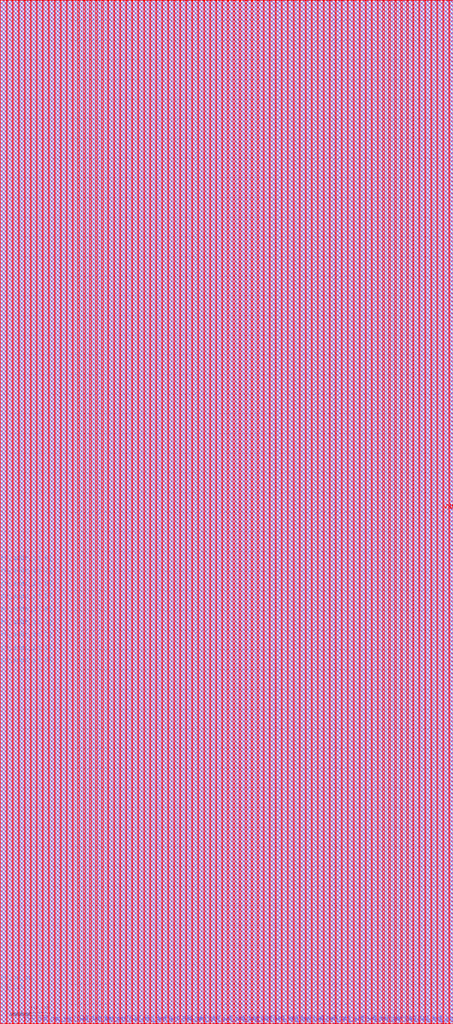
<source format=lef>
# Generated by OpenFakeRAM
VERSION 5.7 ;
BUSBITCHARS "[]" ;
PROPERTYDEFINITIONS
  MACRO width INTEGER ;
  MACRO depth INTEGER ;
  MACRO banks INTEGER ;
END PROPERTYDEFINITIONS
MACRO fakeram_1rw1r_32w384d_8wm_sram
  PROPERTY width 32 ;
  PROPERTY depth 384 ;
  PROPERTY banks 1 ;
  FOREIGN fakeram_1rw1r_32w384d_8wm_sram 0 0 ;
  SYMMETRY X Y R90 ;
  SIZE 115.140 BY 260.190 ;
  CLASS BLOCK ;
  PIN r0_clk
    DIRECTION INPUT ;
    USE SIGNAL ;
    SHAPE ABUTMENT ;
    PORT
      LAYER metal3 ;
      RECT 0.000 7.945 0.070 8.015 ;
    END
  END r0_clk
  PIN r0_ce_in
    DIRECTION INPUT ;
    USE SIGNAL ;
    SHAPE ABUTMENT ;
    PORT
      LAYER metal3 ;
      RECT 0.000 10.325 0.070 10.395 ;
    END
  END r0_ce_in
  PIN r0_addr_in[0]
    DIRECTION INPUT ;
    USE SIGNAL ;
    SHAPE ABUTMENT ;
    PORT
      LAYER metal3 ;
      RECT 0.000 91.105 0.070 91.175 ;
    END
  END r0_addr_in[0]
  PIN r0_addr_in[1]
    DIRECTION INPUT ;
    USE SIGNAL ;
    SHAPE ABUTMENT ;
    PORT
      LAYER metal3 ;
      RECT 0.000 94.325 0.070 94.395 ;
    END
  END r0_addr_in[1]
  PIN r0_addr_in[2]
    DIRECTION INPUT ;
    USE SIGNAL ;
    SHAPE ABUTMENT ;
    PORT
      LAYER metal3 ;
      RECT 0.000 97.545 0.070 97.615 ;
    END
  END r0_addr_in[2]
  PIN r0_addr_in[3]
    DIRECTION INPUT ;
    USE SIGNAL ;
    SHAPE ABUTMENT ;
    PORT
      LAYER metal3 ;
      RECT 0.000 100.765 0.070 100.835 ;
    END
  END r0_addr_in[3]
  PIN r0_addr_in[4]
    DIRECTION INPUT ;
    USE SIGNAL ;
    SHAPE ABUTMENT ;
    PORT
      LAYER metal3 ;
      RECT 0.000 103.985 0.070 104.055 ;
    END
  END r0_addr_in[4]
  PIN r0_addr_in[5]
    DIRECTION INPUT ;
    USE SIGNAL ;
    SHAPE ABUTMENT ;
    PORT
      LAYER metal3 ;
      RECT 0.000 107.345 0.070 107.415 ;
    END
  END r0_addr_in[5]
  PIN r0_addr_in[6]
    DIRECTION INPUT ;
    USE SIGNAL ;
    SHAPE ABUTMENT ;
    PORT
      LAYER metal3 ;
      RECT 0.000 110.565 0.070 110.635 ;
    END
  END r0_addr_in[6]
  PIN r0_addr_in[7]
    DIRECTION INPUT ;
    USE SIGNAL ;
    SHAPE ABUTMENT ;
    PORT
      LAYER metal3 ;
      RECT 0.000 113.785 0.070 113.855 ;
    END
  END r0_addr_in[7]
  PIN r0_addr_in[8]
    DIRECTION INPUT ;
    USE SIGNAL ;
    SHAPE ABUTMENT ;
    PORT
      LAYER metal3 ;
      RECT 0.000 117.005 0.070 117.075 ;
    END
  END r0_addr_in[8]
  PIN rw0_rd_out[0]
    DIRECTION OUTPUT ;
    USE SIGNAL ;
    SHAPE ABUTMENT ;
    PORT
      LAYER metal2 ;
      RECT 5.855 260.120 5.925 260.190 ;
    END
  END rw0_rd_out[0]
  PIN r0_rd_out[0]
    DIRECTION OUTPUT ;
    USE SIGNAL ;
    SHAPE ABUTMENT ;
    PORT
      LAYER metal2 ;
      RECT 7.565 260.120 7.635 260.190 ;
    END
  END r0_rd_out[0]
  PIN rw0_rd_out[1]
    DIRECTION OUTPUT ;
    USE SIGNAL ;
    SHAPE ABUTMENT ;
    PORT
      LAYER metal2 ;
      RECT 9.085 260.120 9.155 260.190 ;
    END
  END rw0_rd_out[1]
  PIN r0_rd_out[1]
    DIRECTION OUTPUT ;
    USE SIGNAL ;
    SHAPE ABUTMENT ;
    PORT
      LAYER metal2 ;
      RECT 10.795 260.120 10.865 260.190 ;
    END
  END r0_rd_out[1]
  PIN rw0_rd_out[2]
    DIRECTION OUTPUT ;
    USE SIGNAL ;
    SHAPE ABUTMENT ;
    PORT
      LAYER metal2 ;
      RECT 12.505 260.120 12.575 260.190 ;
    END
  END rw0_rd_out[2]
  PIN r0_rd_out[2]
    DIRECTION OUTPUT ;
    USE SIGNAL ;
    SHAPE ABUTMENT ;
    PORT
      LAYER metal2 ;
      RECT 14.025 260.120 14.095 260.190 ;
    END
  END r0_rd_out[2]
  PIN rw0_rd_out[3]
    DIRECTION OUTPUT ;
    USE SIGNAL ;
    SHAPE ABUTMENT ;
    PORT
      LAYER metal2 ;
      RECT 15.735 260.120 15.805 260.190 ;
    END
  END rw0_rd_out[3]
  PIN r0_rd_out[3]
    DIRECTION OUTPUT ;
    USE SIGNAL ;
    SHAPE ABUTMENT ;
    PORT
      LAYER metal2 ;
      RECT 17.255 260.120 17.325 260.190 ;
    END
  END r0_rd_out[3]
  PIN rw0_rd_out[4]
    DIRECTION OUTPUT ;
    USE SIGNAL ;
    SHAPE ABUTMENT ;
    PORT
      LAYER metal2 ;
      RECT 18.965 260.120 19.035 260.190 ;
    END
  END rw0_rd_out[4]
  PIN r0_rd_out[4]
    DIRECTION OUTPUT ;
    USE SIGNAL ;
    SHAPE ABUTMENT ;
    PORT
      LAYER metal2 ;
      RECT 20.675 260.120 20.745 260.190 ;
    END
  END r0_rd_out[4]
  PIN rw0_rd_out[5]
    DIRECTION OUTPUT ;
    USE SIGNAL ;
    SHAPE ABUTMENT ;
    PORT
      LAYER metal2 ;
      RECT 22.195 260.120 22.265 260.190 ;
    END
  END rw0_rd_out[5]
  PIN r0_rd_out[5]
    DIRECTION OUTPUT ;
    USE SIGNAL ;
    SHAPE ABUTMENT ;
    PORT
      LAYER metal2 ;
      RECT 23.905 260.120 23.975 260.190 ;
    END
  END r0_rd_out[5]
  PIN rw0_rd_out[6]
    DIRECTION OUTPUT ;
    USE SIGNAL ;
    SHAPE ABUTMENT ;
    PORT
      LAYER metal2 ;
      RECT 25.615 260.120 25.685 260.190 ;
    END
  END rw0_rd_out[6]
  PIN r0_rd_out[6]
    DIRECTION OUTPUT ;
    USE SIGNAL ;
    SHAPE ABUTMENT ;
    PORT
      LAYER metal2 ;
      RECT 27.135 260.120 27.205 260.190 ;
    END
  END r0_rd_out[6]
  PIN rw0_rd_out[7]
    DIRECTION OUTPUT ;
    USE SIGNAL ;
    SHAPE ABUTMENT ;
    PORT
      LAYER metal2 ;
      RECT 28.845 260.120 28.915 260.190 ;
    END
  END rw0_rd_out[7]
  PIN r0_rd_out[7]
    DIRECTION OUTPUT ;
    USE SIGNAL ;
    SHAPE ABUTMENT ;
    PORT
      LAYER metal2 ;
      RECT 30.555 260.120 30.625 260.190 ;
    END
  END r0_rd_out[7]
  PIN rw0_rd_out[8]
    DIRECTION OUTPUT ;
    USE SIGNAL ;
    SHAPE ABUTMENT ;
    PORT
      LAYER metal2 ;
      RECT 32.075 260.120 32.145 260.190 ;
    END
  END rw0_rd_out[8]
  PIN r0_rd_out[8]
    DIRECTION OUTPUT ;
    USE SIGNAL ;
    SHAPE ABUTMENT ;
    PORT
      LAYER metal2 ;
      RECT 33.785 260.120 33.855 260.190 ;
    END
  END r0_rd_out[8]
  PIN rw0_rd_out[9]
    DIRECTION OUTPUT ;
    USE SIGNAL ;
    SHAPE ABUTMENT ;
    PORT
      LAYER metal2 ;
      RECT 35.305 260.120 35.375 260.190 ;
    END
  END rw0_rd_out[9]
  PIN r0_rd_out[9]
    DIRECTION OUTPUT ;
    USE SIGNAL ;
    SHAPE ABUTMENT ;
    PORT
      LAYER metal2 ;
      RECT 37.015 260.120 37.085 260.190 ;
    END
  END r0_rd_out[9]
  PIN rw0_rd_out[10]
    DIRECTION OUTPUT ;
    USE SIGNAL ;
    SHAPE ABUTMENT ;
    PORT
      LAYER metal2 ;
      RECT 38.725 260.120 38.795 260.190 ;
    END
  END rw0_rd_out[10]
  PIN r0_rd_out[10]
    DIRECTION OUTPUT ;
    USE SIGNAL ;
    SHAPE ABUTMENT ;
    PORT
      LAYER metal2 ;
      RECT 40.245 260.120 40.315 260.190 ;
    END
  END r0_rd_out[10]
  PIN rw0_rd_out[11]
    DIRECTION OUTPUT ;
    USE SIGNAL ;
    SHAPE ABUTMENT ;
    PORT
      LAYER metal2 ;
      RECT 41.955 260.120 42.025 260.190 ;
    END
  END rw0_rd_out[11]
  PIN r0_rd_out[11]
    DIRECTION OUTPUT ;
    USE SIGNAL ;
    SHAPE ABUTMENT ;
    PORT
      LAYER metal2 ;
      RECT 43.665 260.120 43.735 260.190 ;
    END
  END r0_rd_out[11]
  PIN rw0_rd_out[12]
    DIRECTION OUTPUT ;
    USE SIGNAL ;
    SHAPE ABUTMENT ;
    PORT
      LAYER metal2 ;
      RECT 45.185 260.120 45.255 260.190 ;
    END
  END rw0_rd_out[12]
  PIN r0_rd_out[12]
    DIRECTION OUTPUT ;
    USE SIGNAL ;
    SHAPE ABUTMENT ;
    PORT
      LAYER metal2 ;
      RECT 46.895 260.120 46.965 260.190 ;
    END
  END r0_rd_out[12]
  PIN rw0_rd_out[13]
    DIRECTION OUTPUT ;
    USE SIGNAL ;
    SHAPE ABUTMENT ;
    PORT
      LAYER metal2 ;
      RECT 48.605 260.120 48.675 260.190 ;
    END
  END rw0_rd_out[13]
  PIN r0_rd_out[13]
    DIRECTION OUTPUT ;
    USE SIGNAL ;
    SHAPE ABUTMENT ;
    PORT
      LAYER metal2 ;
      RECT 50.125 260.120 50.195 260.190 ;
    END
  END r0_rd_out[13]
  PIN rw0_rd_out[14]
    DIRECTION OUTPUT ;
    USE SIGNAL ;
    SHAPE ABUTMENT ;
    PORT
      LAYER metal2 ;
      RECT 51.835 260.120 51.905 260.190 ;
    END
  END rw0_rd_out[14]
  PIN r0_rd_out[14]
    DIRECTION OUTPUT ;
    USE SIGNAL ;
    SHAPE ABUTMENT ;
    PORT
      LAYER metal2 ;
      RECT 53.355 260.120 53.425 260.190 ;
    END
  END r0_rd_out[14]
  PIN rw0_rd_out[15]
    DIRECTION OUTPUT ;
    USE SIGNAL ;
    SHAPE ABUTMENT ;
    PORT
      LAYER metal2 ;
      RECT 55.065 260.120 55.135 260.190 ;
    END
  END rw0_rd_out[15]
  PIN r0_rd_out[15]
    DIRECTION OUTPUT ;
    USE SIGNAL ;
    SHAPE ABUTMENT ;
    PORT
      LAYER metal2 ;
      RECT 56.775 260.120 56.845 260.190 ;
    END
  END r0_rd_out[15]
  PIN rw0_rd_out[16]
    DIRECTION OUTPUT ;
    USE SIGNAL ;
    SHAPE ABUTMENT ;
    PORT
      LAYER metal2 ;
      RECT 58.295 260.120 58.365 260.190 ;
    END
  END rw0_rd_out[16]
  PIN r0_rd_out[16]
    DIRECTION OUTPUT ;
    USE SIGNAL ;
    SHAPE ABUTMENT ;
    PORT
      LAYER metal2 ;
      RECT 60.005 260.120 60.075 260.190 ;
    END
  END r0_rd_out[16]
  PIN rw0_rd_out[17]
    DIRECTION OUTPUT ;
    USE SIGNAL ;
    SHAPE ABUTMENT ;
    PORT
      LAYER metal2 ;
      RECT 61.715 260.120 61.785 260.190 ;
    END
  END rw0_rd_out[17]
  PIN r0_rd_out[17]
    DIRECTION OUTPUT ;
    USE SIGNAL ;
    SHAPE ABUTMENT ;
    PORT
      LAYER metal2 ;
      RECT 63.235 260.120 63.305 260.190 ;
    END
  END r0_rd_out[17]
  PIN rw0_rd_out[18]
    DIRECTION OUTPUT ;
    USE SIGNAL ;
    SHAPE ABUTMENT ;
    PORT
      LAYER metal2 ;
      RECT 64.945 260.120 65.015 260.190 ;
    END
  END rw0_rd_out[18]
  PIN r0_rd_out[18]
    DIRECTION OUTPUT ;
    USE SIGNAL ;
    SHAPE ABUTMENT ;
    PORT
      LAYER metal2 ;
      RECT 66.465 260.120 66.535 260.190 ;
    END
  END r0_rd_out[18]
  PIN rw0_rd_out[19]
    DIRECTION OUTPUT ;
    USE SIGNAL ;
    SHAPE ABUTMENT ;
    PORT
      LAYER metal2 ;
      RECT 68.175 260.120 68.245 260.190 ;
    END
  END rw0_rd_out[19]
  PIN r0_rd_out[19]
    DIRECTION OUTPUT ;
    USE SIGNAL ;
    SHAPE ABUTMENT ;
    PORT
      LAYER metal2 ;
      RECT 69.885 260.120 69.955 260.190 ;
    END
  END r0_rd_out[19]
  PIN rw0_rd_out[20]
    DIRECTION OUTPUT ;
    USE SIGNAL ;
    SHAPE ABUTMENT ;
    PORT
      LAYER metal2 ;
      RECT 71.405 260.120 71.475 260.190 ;
    END
  END rw0_rd_out[20]
  PIN r0_rd_out[20]
    DIRECTION OUTPUT ;
    USE SIGNAL ;
    SHAPE ABUTMENT ;
    PORT
      LAYER metal2 ;
      RECT 73.115 260.120 73.185 260.190 ;
    END
  END r0_rd_out[20]
  PIN rw0_rd_out[21]
    DIRECTION OUTPUT ;
    USE SIGNAL ;
    SHAPE ABUTMENT ;
    PORT
      LAYER metal2 ;
      RECT 74.825 260.120 74.895 260.190 ;
    END
  END rw0_rd_out[21]
  PIN r0_rd_out[21]
    DIRECTION OUTPUT ;
    USE SIGNAL ;
    SHAPE ABUTMENT ;
    PORT
      LAYER metal2 ;
      RECT 76.345 260.120 76.415 260.190 ;
    END
  END r0_rd_out[21]
  PIN rw0_rd_out[22]
    DIRECTION OUTPUT ;
    USE SIGNAL ;
    SHAPE ABUTMENT ;
    PORT
      LAYER metal2 ;
      RECT 78.055 260.120 78.125 260.190 ;
    END
  END rw0_rd_out[22]
  PIN r0_rd_out[22]
    DIRECTION OUTPUT ;
    USE SIGNAL ;
    SHAPE ABUTMENT ;
    PORT
      LAYER metal2 ;
      RECT 79.765 260.120 79.835 260.190 ;
    END
  END r0_rd_out[22]
  PIN rw0_rd_out[23]
    DIRECTION OUTPUT ;
    USE SIGNAL ;
    SHAPE ABUTMENT ;
    PORT
      LAYER metal2 ;
      RECT 81.285 260.120 81.355 260.190 ;
    END
  END rw0_rd_out[23]
  PIN r0_rd_out[23]
    DIRECTION OUTPUT ;
    USE SIGNAL ;
    SHAPE ABUTMENT ;
    PORT
      LAYER metal2 ;
      RECT 82.995 260.120 83.065 260.190 ;
    END
  END r0_rd_out[23]
  PIN rw0_rd_out[24]
    DIRECTION OUTPUT ;
    USE SIGNAL ;
    SHAPE ABUTMENT ;
    PORT
      LAYER metal2 ;
      RECT 84.515 260.120 84.585 260.190 ;
    END
  END rw0_rd_out[24]
  PIN r0_rd_out[24]
    DIRECTION OUTPUT ;
    USE SIGNAL ;
    SHAPE ABUTMENT ;
    PORT
      LAYER metal2 ;
      RECT 86.225 260.120 86.295 260.190 ;
    END
  END r0_rd_out[24]
  PIN rw0_rd_out[25]
    DIRECTION OUTPUT ;
    USE SIGNAL ;
    SHAPE ABUTMENT ;
    PORT
      LAYER metal2 ;
      RECT 87.935 260.120 88.005 260.190 ;
    END
  END rw0_rd_out[25]
  PIN r0_rd_out[25]
    DIRECTION OUTPUT ;
    USE SIGNAL ;
    SHAPE ABUTMENT ;
    PORT
      LAYER metal2 ;
      RECT 89.455 260.120 89.525 260.190 ;
    END
  END r0_rd_out[25]
  PIN rw0_rd_out[26]
    DIRECTION OUTPUT ;
    USE SIGNAL ;
    SHAPE ABUTMENT ;
    PORT
      LAYER metal2 ;
      RECT 91.165 260.120 91.235 260.190 ;
    END
  END rw0_rd_out[26]
  PIN r0_rd_out[26]
    DIRECTION OUTPUT ;
    USE SIGNAL ;
    SHAPE ABUTMENT ;
    PORT
      LAYER metal2 ;
      RECT 92.875 260.120 92.945 260.190 ;
    END
  END r0_rd_out[26]
  PIN rw0_rd_out[27]
    DIRECTION OUTPUT ;
    USE SIGNAL ;
    SHAPE ABUTMENT ;
    PORT
      LAYER metal2 ;
      RECT 94.395 260.120 94.465 260.190 ;
    END
  END rw0_rd_out[27]
  PIN r0_rd_out[27]
    DIRECTION OUTPUT ;
    USE SIGNAL ;
    SHAPE ABUTMENT ;
    PORT
      LAYER metal2 ;
      RECT 96.105 260.120 96.175 260.190 ;
    END
  END r0_rd_out[27]
  PIN rw0_rd_out[28]
    DIRECTION OUTPUT ;
    USE SIGNAL ;
    SHAPE ABUTMENT ;
    PORT
      LAYER metal2 ;
      RECT 97.815 260.120 97.885 260.190 ;
    END
  END rw0_rd_out[28]
  PIN r0_rd_out[28]
    DIRECTION OUTPUT ;
    USE SIGNAL ;
    SHAPE ABUTMENT ;
    PORT
      LAYER metal2 ;
      RECT 99.335 260.120 99.405 260.190 ;
    END
  END r0_rd_out[28]
  PIN rw0_rd_out[29]
    DIRECTION OUTPUT ;
    USE SIGNAL ;
    SHAPE ABUTMENT ;
    PORT
      LAYER metal2 ;
      RECT 101.045 260.120 101.115 260.190 ;
    END
  END rw0_rd_out[29]
  PIN r0_rd_out[29]
    DIRECTION OUTPUT ;
    USE SIGNAL ;
    SHAPE ABUTMENT ;
    PORT
      LAYER metal2 ;
      RECT 102.565 260.120 102.635 260.190 ;
    END
  END r0_rd_out[29]
  PIN rw0_rd_out[30]
    DIRECTION OUTPUT ;
    USE SIGNAL ;
    SHAPE ABUTMENT ;
    PORT
      LAYER metal2 ;
      RECT 104.275 260.120 104.345 260.190 ;
    END
  END rw0_rd_out[30]
  PIN r0_rd_out[30]
    DIRECTION OUTPUT ;
    USE SIGNAL ;
    SHAPE ABUTMENT ;
    PORT
      LAYER metal2 ;
      RECT 105.985 260.120 106.055 260.190 ;
    END
  END r0_rd_out[30]
  PIN rw0_rd_out[31]
    DIRECTION OUTPUT ;
    USE SIGNAL ;
    SHAPE ABUTMENT ;
    PORT
      LAYER metal2 ;
      RECT 107.505 260.120 107.575 260.190 ;
    END
  END rw0_rd_out[31]
  PIN r0_rd_out[31]
    DIRECTION OUTPUT ;
    USE SIGNAL ;
    SHAPE ABUTMENT ;
    PORT
      LAYER metal2 ;
      RECT 109.215 260.120 109.285 260.190 ;
    END
  END r0_rd_out[31]
  PIN rw0_clk
    DIRECTION INPUT ;
    USE SIGNAL ;
    SHAPE ABUTMENT ;
    PORT
      LAYER metal3 ;
      RECT 115.070 234.185 115.140 234.255 ;
    END
  END rw0_clk
  PIN rw0_ce_in
    DIRECTION INPUT ;
    USE SIGNAL ;
    SHAPE ABUTMENT ;
    PORT
      LAYER metal3 ;
      RECT 115.070 236.705 115.140 236.775 ;
    END
  END rw0_ce_in
  PIN rw0_we_in
    DIRECTION INPUT ;
    USE SIGNAL ;
    SHAPE ABUTMENT ;
    PORT
      LAYER metal3 ;
      RECT 115.070 239.365 115.140 239.435 ;
    END
  END rw0_we_in
  PIN rw0_addr_in[0]
    DIRECTION INPUT ;
    USE SIGNAL ;
    SHAPE ABUTMENT ;
    PORT
      LAYER metal3 ;
      RECT 115.070 39.165 115.140 39.235 ;
    END
  END rw0_addr_in[0]
  PIN rw0_addr_in[1]
    DIRECTION INPUT ;
    USE SIGNAL ;
    SHAPE ABUTMENT ;
    PORT
      LAYER metal3 ;
      RECT 115.070 42.385 115.140 42.455 ;
    END
  END rw0_addr_in[1]
  PIN rw0_addr_in[2]
    DIRECTION INPUT ;
    USE SIGNAL ;
    SHAPE ABUTMENT ;
    PORT
      LAYER metal3 ;
      RECT 115.070 45.605 115.140 45.675 ;
    END
  END rw0_addr_in[2]
  PIN rw0_addr_in[3]
    DIRECTION INPUT ;
    USE SIGNAL ;
    SHAPE ABUTMENT ;
    PORT
      LAYER metal3 ;
      RECT 115.070 48.825 115.140 48.895 ;
    END
  END rw0_addr_in[3]
  PIN rw0_addr_in[4]
    DIRECTION INPUT ;
    USE SIGNAL ;
    SHAPE ABUTMENT ;
    PORT
      LAYER metal3 ;
      RECT 115.070 52.045 115.140 52.115 ;
    END
  END rw0_addr_in[4]
  PIN rw0_addr_in[5]
    DIRECTION INPUT ;
    USE SIGNAL ;
    SHAPE ABUTMENT ;
    PORT
      LAYER metal3 ;
      RECT 115.070 55.265 115.140 55.335 ;
    END
  END rw0_addr_in[5]
  PIN rw0_addr_in[6]
    DIRECTION INPUT ;
    USE SIGNAL ;
    SHAPE ABUTMENT ;
    PORT
      LAYER metal3 ;
      RECT 115.070 58.485 115.140 58.555 ;
    END
  END rw0_addr_in[6]
  PIN rw0_addr_in[7]
    DIRECTION INPUT ;
    USE SIGNAL ;
    SHAPE ABUTMENT ;
    PORT
      LAYER metal3 ;
      RECT 115.070 61.705 115.140 61.775 ;
    END
  END rw0_addr_in[7]
  PIN rw0_addr_in[8]
    DIRECTION INPUT ;
    USE SIGNAL ;
    SHAPE ABUTMENT ;
    PORT
      LAYER metal3 ;
      RECT 115.070 64.925 115.140 64.995 ;
    END
  END rw0_addr_in[8]
  PIN rw0_wmask_in[0]
    DIRECTION INPUT ;
    USE SIGNAL ;
    SHAPE ABUTMENT ;
    PORT
      LAYER metal3 ;
      RECT 115.070 7.945 115.140 8.015 ;
    END
  END rw0_wmask_in[0]
  PIN rw0_wmask_in[1]
    DIRECTION INPUT ;
    USE SIGNAL ;
    SHAPE ABUTMENT ;
    PORT
      LAYER metal3 ;
      RECT 115.070 13.125 115.140 13.195 ;
    END
  END rw0_wmask_in[1]
  PIN rw0_wmask_in[2]
    DIRECTION INPUT ;
    USE SIGNAL ;
    SHAPE ABUTMENT ;
    PORT
      LAYER metal3 ;
      RECT 115.070 18.165 115.140 18.235 ;
    END
  END rw0_wmask_in[2]
  PIN rw0_wmask_in[3]
    DIRECTION INPUT ;
    USE SIGNAL ;
    SHAPE ABUTMENT ;
    PORT
      LAYER metal3 ;
      RECT 115.070 23.345 115.140 23.415 ;
    END
  END rw0_wmask_in[3]
  PIN rw0_wd_in[0]
    DIRECTION INPUT ;
    USE SIGNAL ;
    SHAPE ABUTMENT ;
    PORT
      LAYER metal2 ;
      RECT 5.855 0.000 5.925 0.070 ;
    END
  END rw0_wd_in[0]
  PIN rw0_wd_in[1]
    DIRECTION INPUT ;
    USE SIGNAL ;
    SHAPE ABUTMENT ;
    PORT
      LAYER metal2 ;
      RECT 9.275 0.000 9.345 0.070 ;
    END
  END rw0_wd_in[1]
  PIN rw0_wd_in[2]
    DIRECTION INPUT ;
    USE SIGNAL ;
    SHAPE ABUTMENT ;
    PORT
      LAYER metal2 ;
      RECT 12.505 0.000 12.575 0.070 ;
    END
  END rw0_wd_in[2]
  PIN rw0_wd_in[3]
    DIRECTION INPUT ;
    USE SIGNAL ;
    SHAPE ABUTMENT ;
    PORT
      LAYER metal2 ;
      RECT 15.925 0.000 15.995 0.070 ;
    END
  END rw0_wd_in[3]
  PIN rw0_wd_in[4]
    DIRECTION INPUT ;
    USE SIGNAL ;
    SHAPE ABUTMENT ;
    PORT
      LAYER metal2 ;
      RECT 19.155 0.000 19.225 0.070 ;
    END
  END rw0_wd_in[4]
  PIN rw0_wd_in[5]
    DIRECTION INPUT ;
    USE SIGNAL ;
    SHAPE ABUTMENT ;
    PORT
      LAYER metal2 ;
      RECT 22.575 0.000 22.645 0.070 ;
    END
  END rw0_wd_in[5]
  PIN rw0_wd_in[6]
    DIRECTION INPUT ;
    USE SIGNAL ;
    SHAPE ABUTMENT ;
    PORT
      LAYER metal2 ;
      RECT 25.805 0.000 25.875 0.070 ;
    END
  END rw0_wd_in[6]
  PIN rw0_wd_in[7]
    DIRECTION INPUT ;
    USE SIGNAL ;
    SHAPE ABUTMENT ;
    PORT
      LAYER metal2 ;
      RECT 29.225 0.000 29.295 0.070 ;
    END
  END rw0_wd_in[7]
  PIN rw0_wd_in[8]
    DIRECTION INPUT ;
    USE SIGNAL ;
    SHAPE ABUTMENT ;
    PORT
      LAYER metal2 ;
      RECT 32.455 0.000 32.525 0.070 ;
    END
  END rw0_wd_in[8]
  PIN rw0_wd_in[9]
    DIRECTION INPUT ;
    USE SIGNAL ;
    SHAPE ABUTMENT ;
    PORT
      LAYER metal2 ;
      RECT 35.875 0.000 35.945 0.070 ;
    END
  END rw0_wd_in[9]
  PIN rw0_wd_in[10]
    DIRECTION INPUT ;
    USE SIGNAL ;
    SHAPE ABUTMENT ;
    PORT
      LAYER metal2 ;
      RECT 39.105 0.000 39.175 0.070 ;
    END
  END rw0_wd_in[10]
  PIN rw0_wd_in[11]
    DIRECTION INPUT ;
    USE SIGNAL ;
    SHAPE ABUTMENT ;
    PORT
      LAYER metal2 ;
      RECT 42.525 0.000 42.595 0.070 ;
    END
  END rw0_wd_in[11]
  PIN rw0_wd_in[12]
    DIRECTION INPUT ;
    USE SIGNAL ;
    SHAPE ABUTMENT ;
    PORT
      LAYER metal2 ;
      RECT 45.945 0.000 46.015 0.070 ;
    END
  END rw0_wd_in[12]
  PIN rw0_wd_in[13]
    DIRECTION INPUT ;
    USE SIGNAL ;
    SHAPE ABUTMENT ;
    PORT
      LAYER metal2 ;
      RECT 49.175 0.000 49.245 0.070 ;
    END
  END rw0_wd_in[13]
  PIN rw0_wd_in[14]
    DIRECTION INPUT ;
    USE SIGNAL ;
    SHAPE ABUTMENT ;
    PORT
      LAYER metal2 ;
      RECT 52.595 0.000 52.665 0.070 ;
    END
  END rw0_wd_in[14]
  PIN rw0_wd_in[15]
    DIRECTION INPUT ;
    USE SIGNAL ;
    SHAPE ABUTMENT ;
    PORT
      LAYER metal2 ;
      RECT 55.825 0.000 55.895 0.070 ;
    END
  END rw0_wd_in[15]
  PIN rw0_wd_in[16]
    DIRECTION INPUT ;
    USE SIGNAL ;
    SHAPE ABUTMENT ;
    PORT
      LAYER metal2 ;
      RECT 59.245 0.000 59.315 0.070 ;
    END
  END rw0_wd_in[16]
  PIN rw0_wd_in[17]
    DIRECTION INPUT ;
    USE SIGNAL ;
    SHAPE ABUTMENT ;
    PORT
      LAYER metal2 ;
      RECT 62.475 0.000 62.545 0.070 ;
    END
  END rw0_wd_in[17]
  PIN rw0_wd_in[18]
    DIRECTION INPUT ;
    USE SIGNAL ;
    SHAPE ABUTMENT ;
    PORT
      LAYER metal2 ;
      RECT 65.895 0.000 65.965 0.070 ;
    END
  END rw0_wd_in[18]
  PIN rw0_wd_in[19]
    DIRECTION INPUT ;
    USE SIGNAL ;
    SHAPE ABUTMENT ;
    PORT
      LAYER metal2 ;
      RECT 69.125 0.000 69.195 0.070 ;
    END
  END rw0_wd_in[19]
  PIN rw0_wd_in[20]
    DIRECTION INPUT ;
    USE SIGNAL ;
    SHAPE ABUTMENT ;
    PORT
      LAYER metal2 ;
      RECT 72.545 0.000 72.615 0.070 ;
    END
  END rw0_wd_in[20]
  PIN rw0_wd_in[21]
    DIRECTION INPUT ;
    USE SIGNAL ;
    SHAPE ABUTMENT ;
    PORT
      LAYER metal2 ;
      RECT 75.965 0.000 76.035 0.070 ;
    END
  END rw0_wd_in[21]
  PIN rw0_wd_in[22]
    DIRECTION INPUT ;
    USE SIGNAL ;
    SHAPE ABUTMENT ;
    PORT
      LAYER metal2 ;
      RECT 79.195 0.000 79.265 0.070 ;
    END
  END rw0_wd_in[22]
  PIN rw0_wd_in[23]
    DIRECTION INPUT ;
    USE SIGNAL ;
    SHAPE ABUTMENT ;
    PORT
      LAYER metal2 ;
      RECT 82.615 0.000 82.685 0.070 ;
    END
  END rw0_wd_in[23]
  PIN rw0_wd_in[24]
    DIRECTION INPUT ;
    USE SIGNAL ;
    SHAPE ABUTMENT ;
    PORT
      LAYER metal2 ;
      RECT 85.845 0.000 85.915 0.070 ;
    END
  END rw0_wd_in[24]
  PIN rw0_wd_in[25]
    DIRECTION INPUT ;
    USE SIGNAL ;
    SHAPE ABUTMENT ;
    PORT
      LAYER metal2 ;
      RECT 89.265 0.000 89.335 0.070 ;
    END
  END rw0_wd_in[25]
  PIN rw0_wd_in[26]
    DIRECTION INPUT ;
    USE SIGNAL ;
    SHAPE ABUTMENT ;
    PORT
      LAYER metal2 ;
      RECT 92.495 0.000 92.565 0.070 ;
    END
  END rw0_wd_in[26]
  PIN rw0_wd_in[27]
    DIRECTION INPUT ;
    USE SIGNAL ;
    SHAPE ABUTMENT ;
    PORT
      LAYER metal2 ;
      RECT 95.915 0.000 95.985 0.070 ;
    END
  END rw0_wd_in[27]
  PIN rw0_wd_in[28]
    DIRECTION INPUT ;
    USE SIGNAL ;
    SHAPE ABUTMENT ;
    PORT
      LAYER metal2 ;
      RECT 99.145 0.000 99.215 0.070 ;
    END
  END rw0_wd_in[28]
  PIN rw0_wd_in[29]
    DIRECTION INPUT ;
    USE SIGNAL ;
    SHAPE ABUTMENT ;
    PORT
      LAYER metal2 ;
      RECT 102.565 0.000 102.635 0.070 ;
    END
  END rw0_wd_in[29]
  PIN rw0_wd_in[30]
    DIRECTION INPUT ;
    USE SIGNAL ;
    SHAPE ABUTMENT ;
    PORT
      LAYER metal2 ;
      RECT 105.795 0.000 105.865 0.070 ;
    END
  END rw0_wd_in[30]
  PIN rw0_wd_in[31]
    DIRECTION INPUT ;
    USE SIGNAL ;
    SHAPE ABUTMENT ;
    PORT
      LAYER metal2 ;
      RECT 109.215 0.000 109.285 0.070 ;
    END
  END rw0_wd_in[31]
  PIN VSS
    DIRECTION INOUT ;
    USE GROUND ;
    PORT
      LAYER metal4 ;
      RECT 3.040 0.140 3.320 260.050 ;
      RECT 6.080 0.140 6.360 260.050 ;
      RECT 9.120 0.140 9.400 260.050 ;
      RECT 12.160 0.140 12.440 260.050 ;
      RECT 15.200 0.140 15.480 260.050 ;
      RECT 18.240 0.140 18.520 260.050 ;
      RECT 21.280 0.140 21.560 260.050 ;
      RECT 24.320 0.140 24.600 260.050 ;
      RECT 27.360 0.140 27.640 260.050 ;
      RECT 30.400 0.140 30.680 260.050 ;
      RECT 33.440 0.140 33.720 260.050 ;
      RECT 36.480 0.140 36.760 260.050 ;
      RECT 39.520 0.140 39.800 260.050 ;
      RECT 42.560 0.140 42.840 260.050 ;
      RECT 45.600 0.140 45.880 260.050 ;
      RECT 48.640 0.140 48.920 260.050 ;
      RECT 51.680 0.140 51.960 260.050 ;
      RECT 54.720 0.140 55.000 260.050 ;
      RECT 57.760 0.140 58.040 260.050 ;
      RECT 60.800 0.140 61.080 260.050 ;
      RECT 63.840 0.140 64.120 260.050 ;
      RECT 66.880 0.140 67.160 260.050 ;
      RECT 69.920 0.140 70.200 260.050 ;
      RECT 72.960 0.140 73.240 260.050 ;
      RECT 76.000 0.140 76.280 260.050 ;
      RECT 79.040 0.140 79.320 260.050 ;
      RECT 82.080 0.140 82.360 260.050 ;
      RECT 85.120 0.140 85.400 260.050 ;
      RECT 88.160 0.140 88.440 260.050 ;
      RECT 91.200 0.140 91.480 260.050 ;
      RECT 94.240 0.140 94.520 260.050 ;
      RECT 97.280 0.140 97.560 260.050 ;
      RECT 100.320 0.140 100.600 260.050 ;
      RECT 103.360 0.140 103.640 260.050 ;
      RECT 106.400 0.140 106.680 260.050 ;
      RECT 109.440 0.140 109.720 260.050 ;
      RECT 112.480 0.140 112.760 260.050 ;
    END
  END VSS
  PIN VDD
    DIRECTION INOUT ;
    USE POWER ;
    PORT
      LAYER metal4 ;
      RECT 1.520 0.140 1.800 260.050 ;
      RECT 4.560 0.140 4.840 260.050 ;
      RECT 7.600 0.140 7.880 260.050 ;
      RECT 10.640 0.140 10.920 260.050 ;
      RECT 13.680 0.140 13.960 260.050 ;
      RECT 16.720 0.140 17.000 260.050 ;
      RECT 19.760 0.140 20.040 260.050 ;
      RECT 22.800 0.140 23.080 260.050 ;
      RECT 25.840 0.140 26.120 260.050 ;
      RECT 28.880 0.140 29.160 260.050 ;
      RECT 31.920 0.140 32.200 260.050 ;
      RECT 34.960 0.140 35.240 260.050 ;
      RECT 38.000 0.140 38.280 260.050 ;
      RECT 41.040 0.140 41.320 260.050 ;
      RECT 44.080 0.140 44.360 260.050 ;
      RECT 47.120 0.140 47.400 260.050 ;
      RECT 50.160 0.140 50.440 260.050 ;
      RECT 53.200 0.140 53.480 260.050 ;
      RECT 56.240 0.140 56.520 260.050 ;
      RECT 59.280 0.140 59.560 260.050 ;
      RECT 62.320 0.140 62.600 260.050 ;
      RECT 65.360 0.140 65.640 260.050 ;
      RECT 68.400 0.140 68.680 260.050 ;
      RECT 71.440 0.140 71.720 260.050 ;
      RECT 74.480 0.140 74.760 260.050 ;
      RECT 77.520 0.140 77.800 260.050 ;
      RECT 80.560 0.140 80.840 260.050 ;
      RECT 83.600 0.140 83.880 260.050 ;
      RECT 86.640 0.140 86.920 260.050 ;
      RECT 89.680 0.140 89.960 260.050 ;
      RECT 92.720 0.140 93.000 260.050 ;
      RECT 95.760 0.140 96.040 260.050 ;
      RECT 98.800 0.140 99.080 260.050 ;
      RECT 101.840 0.140 102.120 260.050 ;
      RECT 104.880 0.140 105.160 260.050 ;
      RECT 107.920 0.140 108.200 260.050 ;
      RECT 110.960 0.140 111.240 260.050 ;
      RECT 114.000 0.140 114.280 260.050 ;
    END
  END VDD
  OBS
    LAYER metal1 ;
    RECT 0 0 115.140 260.190 ;
    LAYER metal2 ;
    RECT 0 0 115.140 260.190 ;
    LAYER metal3 ;
    RECT 0 0 115.140 260.190 ;
    LAYER metal4 ;
    RECT 0 0 115.140 260.190 ;
    LAYER OVERLAP ;
    RECT 0 0 115.140 260.190 ;
  END
END fakeram_1rw1r_32w384d_8wm_sram

END LIBRARY

</source>
